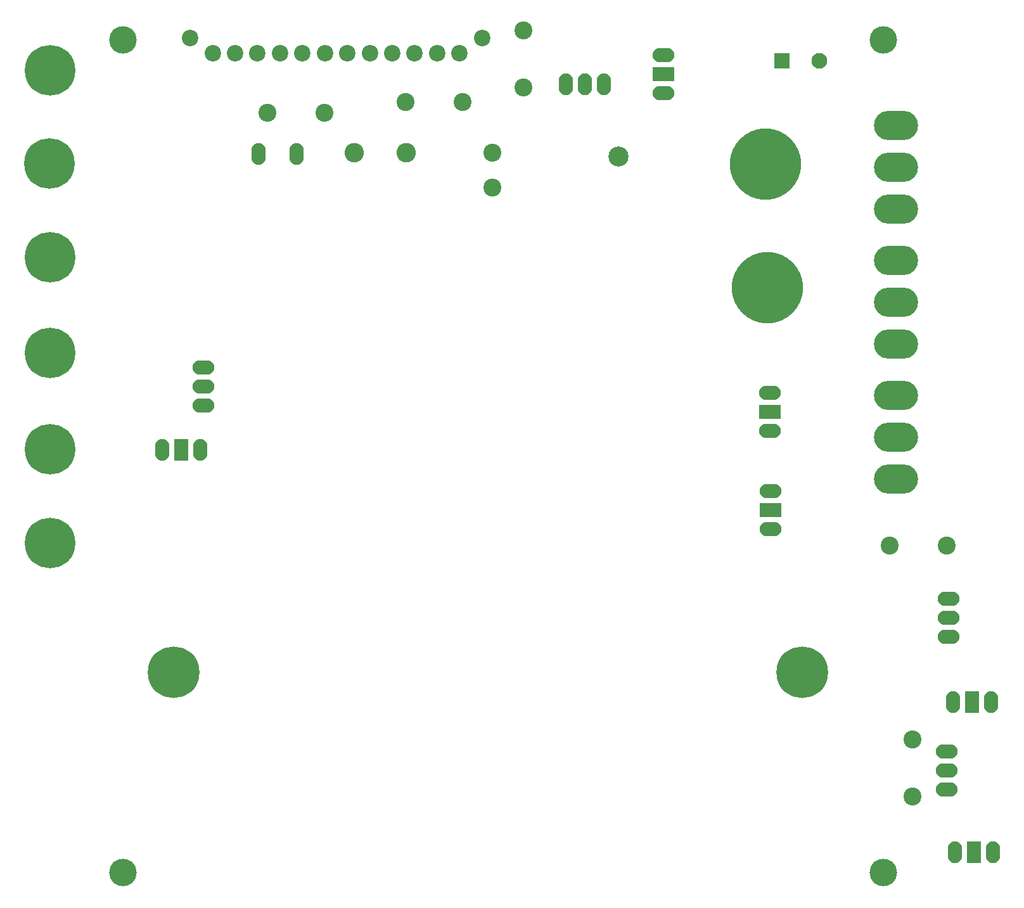
<source format=gbr>
G04 #@! TF.GenerationSoftware,KiCad,Pcbnew,5.1.0-060a0da~80~ubuntu16.04.1*
G04 #@! TF.CreationDate,2019-04-08T13:55:54+05:30*
G04 #@! TF.ProjectId,vcu-power,7663752d-706f-4776-9572-2e6b69636164,rev?*
G04 #@! TF.SameCoordinates,Original*
G04 #@! TF.FileFunction,Soldermask,Bot*
G04 #@! TF.FilePolarity,Negative*
%FSLAX46Y46*%
G04 Gerber Fmt 4.6, Leading zero omitted, Abs format (unit mm)*
G04 Created by KiCad (PCBNEW 5.1.0-060a0da~80~ubuntu16.04.1) date 2019-04-08 13:55:54*
%MOMM*%
%LPD*%
G04 APERTURE LIST*
%ADD10R,1.901140X2.899360*%
%ADD11O,1.901140X2.899360*%
%ADD12C,6.750000*%
%ADD13C,6.900000*%
%ADD14C,2.200000*%
%ADD15C,2.400000*%
%ADD16C,2.600000*%
%ADD17C,9.544000*%
%ADD18C,3.676600*%
%ADD19C,2.100000*%
%ADD20R,2.100000X2.100000*%
%ADD21R,2.899360X1.901140*%
%ADD22O,2.899360X1.901140*%
%ADD23C,2.686000*%
%ADD24O,5.901640X3.900120*%
%ADD25C,2.398980*%
G04 APERTURE END LIST*
D10*
X185400000Y-141500000D03*
D11*
X182860000Y-141500000D03*
X187940000Y-141500000D03*
D12*
X61925000Y-49500000D03*
D13*
X162450000Y-117450000D03*
X78450000Y-117450000D03*
D14*
X116700000Y-34700000D03*
X113700000Y-34700000D03*
X110700000Y-34700000D03*
X107700000Y-34700000D03*
X104700000Y-34700000D03*
X101700000Y-34700000D03*
X98700000Y-34700000D03*
X95700000Y-34700000D03*
X92700000Y-34700000D03*
X89700000Y-34700000D03*
X86700000Y-34700000D03*
X83700000Y-34700000D03*
X119700000Y-32740000D03*
X80700000Y-32740000D03*
D15*
X121100000Y-52700000D03*
X121100000Y-48000000D03*
D16*
X109600000Y-48000000D03*
X102600000Y-48000000D03*
D17*
X157560000Y-49590000D03*
D12*
X62000000Y-37000000D03*
D18*
X71715000Y-144220000D03*
X173325000Y-144220000D03*
X71715000Y-32980000D03*
X173325000Y-32980000D03*
D19*
X164800000Y-35725000D03*
D20*
X159800000Y-35725000D03*
D21*
X158190000Y-82627460D03*
D22*
X158190000Y-80087460D03*
X158190000Y-85167460D03*
D21*
X158242000Y-95758000D03*
D22*
X158242000Y-93218000D03*
X158242000Y-98298000D03*
D10*
X185200000Y-121400000D03*
D11*
X182660000Y-121400000D03*
X187740000Y-121400000D03*
D10*
X79475000Y-87750000D03*
D11*
X82015000Y-87750000D03*
X76935000Y-87750000D03*
D21*
X143960000Y-37497460D03*
D22*
X143960000Y-34957460D03*
X143960000Y-40037460D03*
D17*
X157860000Y-66090000D03*
D12*
X61975000Y-87675000D03*
X61975000Y-74800000D03*
X62000000Y-62000000D03*
X61950000Y-100200000D03*
D23*
X137890000Y-48570000D03*
D24*
X175000000Y-68000000D03*
X175000000Y-62412000D03*
X175000000Y-73588000D03*
X175000000Y-86000000D03*
X175000000Y-80412000D03*
X175000000Y-91588000D03*
X175000000Y-50000000D03*
X175000000Y-44412000D03*
X175000000Y-55588000D03*
D22*
X182050000Y-110200000D03*
X182050000Y-107660000D03*
X182050000Y-112740000D03*
X82470000Y-79310000D03*
X82470000Y-81850000D03*
X82470000Y-76770000D03*
X181800000Y-130600000D03*
X181800000Y-128060000D03*
X181800000Y-133140000D03*
D11*
X133440000Y-38870000D03*
X130900000Y-38870000D03*
X135980000Y-38870000D03*
D25*
X109440000Y-41230000D03*
X117060000Y-41230000D03*
X181800000Y-100540000D03*
X174180000Y-100540000D03*
X91000000Y-42710000D03*
X98620000Y-42710000D03*
X177190000Y-126410000D03*
X177190000Y-134030000D03*
D11*
X94940000Y-48200000D03*
X89860000Y-48200000D03*
D25*
X125200000Y-39300000D03*
X125200000Y-31680000D03*
M02*

</source>
